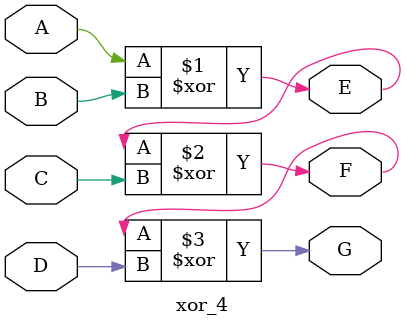
<source format=v>
`timescale 1ns / 1ps

module xor_4(output E, F, G, input A, B, C, D);
    assign E = A^B;
    assign F = E^C;
    assign G = F^D;
endmodule


</source>
